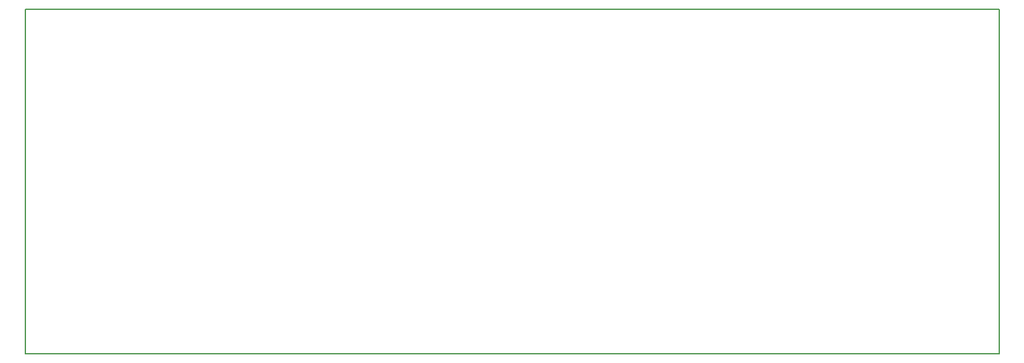
<source format=gbo>
G04 MADE WITH FRITZING*
G04 WWW.FRITZING.ORG*
G04 DOUBLE SIDED*
G04 HOLES PLATED*
G04 CONTOUR ON CENTER OF CONTOUR VECTOR*
%ASAXBY*%
%FSLAX23Y23*%
%MOIN*%
%OFA0B0*%
%SFA1.0B1.0*%
%ADD10R,5.255800X1.867580X5.239800X1.851580*%
%ADD11C,0.008000*%
%LNSILK0*%
G90*
G70*
G54D11*
X4Y1864D02*
X5252Y1864D01*
X5252Y4D01*
X4Y4D01*
X4Y1864D01*
D02*
G04 End of Silk0*
M02*
</source>
